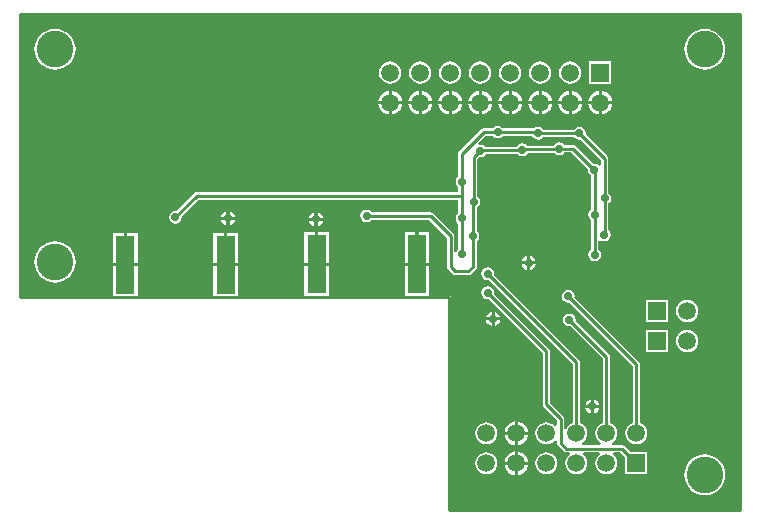
<source format=gbl>
G04*
G04 #@! TF.GenerationSoftware,Altium Limited,Altium Designer,20.2.5 (213)*
G04*
G04 Layer_Physical_Order=2*
G04 Layer_Color=16711680*
%FSLAX42Y42*%
%MOMM*%
G71*
G04*
G04 #@! TF.SameCoordinates,FD00795A-EEFA-4773-A186-A79775DAC492*
G04*
G04*
G04 #@! TF.FilePolarity,Positive*
G04*
G01*
G75*
%ADD12C,0.25*%
%ADD15R,1.60X4.90*%
%ADD37R,1.50X1.50*%
%ADD38C,1.50*%
%ADD39R,1.50X1.50*%
%ADD40C,1.52*%
%ADD41R,1.52X1.52*%
%ADD42C,3.10*%
%ADD43C,0.70*%
G36*
X10100Y5300D02*
X7650D01*
Y7110D01*
X7487D01*
X7470Y7112D01*
X7470Y7128D01*
Y7370D01*
X7365D01*
X7260D01*
Y7128D01*
X7260Y7112D01*
X7243Y7110D01*
X6637D01*
X6620Y7112D01*
X6620Y7128D01*
Y7370D01*
X6515D01*
X6410D01*
Y7128D01*
X6410Y7112D01*
X6393Y7110D01*
X5850D01*
Y7365D01*
X5745D01*
X5640D01*
Y7110D01*
X5000D01*
Y7365D01*
X4895D01*
X4790D01*
Y7110D01*
X4020D01*
X4010Y7120D01*
Y9490D01*
X10100D01*
Y5300D01*
D02*
G37*
%LPC*%
G36*
X9800Y9374D02*
X9766Y9370D01*
X9734Y9360D01*
X9704Y9344D01*
X9677Y9323D01*
X9656Y9296D01*
X9640Y9266D01*
X9630Y9234D01*
X9626Y9200D01*
X9630Y9166D01*
X9640Y9134D01*
X9656Y9104D01*
X9677Y9077D01*
X9704Y9056D01*
X9734Y9040D01*
X9766Y9030D01*
X9800Y9026D01*
X9834Y9030D01*
X9866Y9040D01*
X9896Y9056D01*
X9923Y9077D01*
X9944Y9104D01*
X9960Y9134D01*
X9970Y9166D01*
X9974Y9200D01*
X9970Y9234D01*
X9960Y9266D01*
X9944Y9296D01*
X9923Y9323D01*
X9896Y9344D01*
X9866Y9360D01*
X9834Y9370D01*
X9800Y9374D01*
D02*
G37*
G36*
X4300D02*
X4266Y9370D01*
X4234Y9360D01*
X4204Y9344D01*
X4177Y9323D01*
X4156Y9296D01*
X4140Y9266D01*
X4130Y9234D01*
X4126Y9200D01*
X4130Y9166D01*
X4140Y9134D01*
X4156Y9104D01*
X4177Y9077D01*
X4204Y9056D01*
X4234Y9040D01*
X4266Y9030D01*
X4300Y9026D01*
X4334Y9030D01*
X4366Y9040D01*
X4396Y9056D01*
X4423Y9077D01*
X4444Y9104D01*
X4460Y9134D01*
X4470Y9166D01*
X4474Y9200D01*
X4470Y9234D01*
X4460Y9266D01*
X4444Y9296D01*
X4423Y9323D01*
X4396Y9344D01*
X4366Y9360D01*
X4334Y9370D01*
X4300Y9374D01*
D02*
G37*
G36*
X9010Y9098D02*
X8822D01*
Y8910D01*
X9010D01*
Y9098D01*
D02*
G37*
G36*
X8662Y9099D02*
X8637Y9096D01*
X8615Y9086D01*
X8595Y9071D01*
X8580Y9051D01*
X8570Y9029D01*
X8567Y9004D01*
X8570Y8979D01*
X8580Y8957D01*
X8595Y8937D01*
X8615Y8922D01*
X8637Y8912D01*
X8662Y8909D01*
X8687Y8912D01*
X8709Y8922D01*
X8729Y8937D01*
X8744Y8957D01*
X8754Y8979D01*
X8757Y9004D01*
X8754Y9029D01*
X8744Y9051D01*
X8729Y9071D01*
X8709Y9086D01*
X8687Y9096D01*
X8662Y9099D01*
D02*
G37*
G36*
X8408D02*
X8383Y9096D01*
X8361Y9086D01*
X8341Y9071D01*
X8326Y9051D01*
X8316Y9029D01*
X8313Y9004D01*
X8316Y8979D01*
X8326Y8957D01*
X8341Y8937D01*
X8361Y8922D01*
X8383Y8912D01*
X8408Y8909D01*
X8433Y8912D01*
X8455Y8922D01*
X8475Y8937D01*
X8490Y8957D01*
X8500Y8979D01*
X8503Y9004D01*
X8500Y9029D01*
X8490Y9051D01*
X8475Y9071D01*
X8455Y9086D01*
X8433Y9096D01*
X8408Y9099D01*
D02*
G37*
G36*
X8154D02*
X8129Y9096D01*
X8107Y9086D01*
X8087Y9071D01*
X8072Y9051D01*
X8062Y9029D01*
X8059Y9004D01*
X8062Y8979D01*
X8072Y8957D01*
X8087Y8937D01*
X8107Y8922D01*
X8129Y8912D01*
X8154Y8909D01*
X8179Y8912D01*
X8201Y8922D01*
X8221Y8937D01*
X8236Y8957D01*
X8246Y8979D01*
X8249Y9004D01*
X8246Y9029D01*
X8236Y9051D01*
X8221Y9071D01*
X8201Y9086D01*
X8179Y9096D01*
X8154Y9099D01*
D02*
G37*
G36*
X7900D02*
X7875Y9096D01*
X7853Y9086D01*
X7833Y9071D01*
X7818Y9051D01*
X7808Y9029D01*
X7805Y9004D01*
X7808Y8979D01*
X7818Y8957D01*
X7833Y8937D01*
X7853Y8922D01*
X7875Y8912D01*
X7900Y8909D01*
X7925Y8912D01*
X7947Y8922D01*
X7967Y8937D01*
X7982Y8957D01*
X7992Y8979D01*
X7995Y9004D01*
X7992Y9029D01*
X7982Y9051D01*
X7967Y9071D01*
X7947Y9086D01*
X7925Y9096D01*
X7900Y9099D01*
D02*
G37*
G36*
X7646D02*
X7621Y9096D01*
X7599Y9086D01*
X7579Y9071D01*
X7564Y9051D01*
X7554Y9029D01*
X7551Y9004D01*
X7554Y8979D01*
X7564Y8957D01*
X7579Y8937D01*
X7599Y8922D01*
X7621Y8912D01*
X7646Y8909D01*
X7671Y8912D01*
X7693Y8922D01*
X7713Y8937D01*
X7728Y8957D01*
X7738Y8979D01*
X7741Y9004D01*
X7738Y9029D01*
X7728Y9051D01*
X7713Y9071D01*
X7693Y9086D01*
X7671Y9096D01*
X7646Y9099D01*
D02*
G37*
G36*
X7392D02*
X7367Y9096D01*
X7345Y9086D01*
X7325Y9071D01*
X7310Y9051D01*
X7300Y9029D01*
X7297Y9004D01*
X7300Y8979D01*
X7310Y8957D01*
X7325Y8937D01*
X7345Y8922D01*
X7367Y8912D01*
X7392Y8909D01*
X7417Y8912D01*
X7439Y8922D01*
X7459Y8937D01*
X7474Y8957D01*
X7484Y8979D01*
X7487Y9004D01*
X7484Y9029D01*
X7474Y9051D01*
X7459Y9071D01*
X7439Y9086D01*
X7417Y9096D01*
X7392Y9099D01*
D02*
G37*
G36*
X7138D02*
X7113Y9096D01*
X7091Y9086D01*
X7071Y9071D01*
X7056Y9051D01*
X7046Y9029D01*
X7043Y9004D01*
X7046Y8979D01*
X7056Y8957D01*
X7071Y8937D01*
X7091Y8922D01*
X7113Y8912D01*
X7138Y8909D01*
X7163Y8912D01*
X7185Y8922D01*
X7205Y8937D01*
X7220Y8957D01*
X7230Y8979D01*
X7233Y9004D01*
X7230Y9029D01*
X7220Y9051D01*
X7205Y9071D01*
X7185Y9086D01*
X7163Y9096D01*
X7138Y9099D01*
D02*
G37*
G36*
X8167Y8851D02*
Y8763D01*
X8255D01*
X8253Y8777D01*
X8243Y8801D01*
X8226Y8822D01*
X8205Y8839D01*
X8181Y8849D01*
X8167Y8851D01*
D02*
G37*
G36*
X7913D02*
Y8763D01*
X8001D01*
X7999Y8777D01*
X7989Y8801D01*
X7972Y8822D01*
X7951Y8839D01*
X7927Y8849D01*
X7913Y8851D01*
D02*
G37*
G36*
X7659D02*
Y8763D01*
X7747D01*
X7745Y8777D01*
X7735Y8801D01*
X7718Y8822D01*
X7697Y8839D01*
X7673Y8849D01*
X7659Y8851D01*
D02*
G37*
G36*
X7405D02*
Y8763D01*
X7493D01*
X7491Y8777D01*
X7481Y8801D01*
X7464Y8822D01*
X7443Y8839D01*
X7419Y8849D01*
X7405Y8851D01*
D02*
G37*
G36*
X7151D02*
Y8763D01*
X7239D01*
X7237Y8777D01*
X7227Y8801D01*
X7210Y8822D01*
X7189Y8839D01*
X7165Y8849D01*
X7151Y8851D01*
D02*
G37*
G36*
X8421D02*
Y8763D01*
X8509D01*
X8507Y8777D01*
X8497Y8801D01*
X8480Y8822D01*
X8459Y8839D01*
X8435Y8849D01*
X8421Y8851D01*
D02*
G37*
G36*
X8141Y8851D02*
X8127Y8849D01*
X8103Y8839D01*
X8082Y8822D01*
X8065Y8801D01*
X8055Y8777D01*
X8053Y8763D01*
X8141D01*
Y8851D01*
D02*
G37*
G36*
X7887D02*
X7873Y8849D01*
X7849Y8839D01*
X7828Y8822D01*
X7811Y8801D01*
X7801Y8777D01*
X7799Y8763D01*
X7887D01*
Y8851D01*
D02*
G37*
G36*
X7633D02*
X7619Y8849D01*
X7595Y8839D01*
X7574Y8822D01*
X7557Y8801D01*
X7547Y8777D01*
X7545Y8763D01*
X7633D01*
Y8851D01*
D02*
G37*
G36*
X7379D02*
X7365Y8849D01*
X7341Y8839D01*
X7320Y8822D01*
X7303Y8801D01*
X7293Y8777D01*
X7291Y8763D01*
X7379D01*
Y8851D01*
D02*
G37*
G36*
X7125D02*
X7111Y8849D01*
X7087Y8839D01*
X7066Y8822D01*
X7049Y8801D01*
X7039Y8777D01*
X7037Y8763D01*
X7125D01*
Y8851D01*
D02*
G37*
G36*
X8395D02*
X8381Y8849D01*
X8357Y8839D01*
X8336Y8822D01*
X8319Y8801D01*
X8309Y8777D01*
X8307Y8763D01*
X8395D01*
Y8851D01*
D02*
G37*
G36*
X8929Y8851D02*
Y8763D01*
X9017D01*
X9015Y8777D01*
X9005Y8801D01*
X8988Y8822D01*
X8967Y8839D01*
X8943Y8849D01*
X8929Y8851D01*
D02*
G37*
G36*
X8675D02*
Y8763D01*
X8763D01*
X8761Y8777D01*
X8751Y8801D01*
X8734Y8822D01*
X8713Y8839D01*
X8689Y8849D01*
X8675Y8851D01*
D02*
G37*
G36*
X8903Y8851D02*
X8889Y8849D01*
X8865Y8839D01*
X8844Y8822D01*
X8827Y8801D01*
X8817Y8777D01*
X8815Y8763D01*
X8903D01*
Y8851D01*
D02*
G37*
G36*
X8649D02*
X8635Y8849D01*
X8611Y8839D01*
X8590Y8822D01*
X8573Y8801D01*
X8563Y8777D01*
X8561Y8763D01*
X8649D01*
Y8851D01*
D02*
G37*
G36*
X8903Y8737D02*
X8815D01*
X8817Y8723D01*
X8827Y8699D01*
X8844Y8678D01*
X8865Y8661D01*
X8889Y8651D01*
X8903Y8649D01*
Y8737D01*
D02*
G37*
G36*
X8649D02*
X8561D01*
X8563Y8723D01*
X8573Y8699D01*
X8590Y8678D01*
X8611Y8661D01*
X8635Y8651D01*
X8649Y8649D01*
Y8737D01*
D02*
G37*
G36*
X8395Y8737D02*
X8307D01*
X8309Y8723D01*
X8319Y8699D01*
X8336Y8678D01*
X8357Y8661D01*
X8381Y8651D01*
X8395Y8649D01*
Y8737D01*
D02*
G37*
G36*
X8141D02*
X8053D01*
X8055Y8723D01*
X8065Y8699D01*
X8082Y8678D01*
X8103Y8661D01*
X8127Y8651D01*
X8141Y8649D01*
Y8737D01*
D02*
G37*
G36*
X7887D02*
X7799D01*
X7801Y8723D01*
X7811Y8699D01*
X7828Y8678D01*
X7849Y8661D01*
X7873Y8651D01*
X7887Y8649D01*
Y8737D01*
D02*
G37*
G36*
X7633D02*
X7545D01*
X7547Y8723D01*
X7557Y8699D01*
X7574Y8678D01*
X7595Y8661D01*
X7619Y8651D01*
X7633Y8649D01*
Y8737D01*
D02*
G37*
G36*
X7379D02*
X7291D01*
X7293Y8723D01*
X7303Y8699D01*
X7320Y8678D01*
X7341Y8661D01*
X7365Y8651D01*
X7379Y8649D01*
Y8737D01*
D02*
G37*
G36*
X7125D02*
X7037D01*
X7039Y8723D01*
X7049Y8699D01*
X7066Y8678D01*
X7087Y8661D01*
X7111Y8651D01*
X7125Y8649D01*
Y8737D01*
D02*
G37*
G36*
X8509D02*
X8421D01*
Y8649D01*
X8435Y8651D01*
X8459Y8661D01*
X8480Y8678D01*
X8497Y8699D01*
X8507Y8723D01*
X8509Y8737D01*
D02*
G37*
G36*
X8255D02*
X8167D01*
Y8649D01*
X8181Y8651D01*
X8205Y8661D01*
X8226Y8678D01*
X8243Y8699D01*
X8253Y8723D01*
X8255Y8737D01*
D02*
G37*
G36*
X8001D02*
X7913D01*
Y8649D01*
X7927Y8651D01*
X7951Y8661D01*
X7972Y8678D01*
X7989Y8699D01*
X7999Y8723D01*
X8001Y8737D01*
D02*
G37*
G36*
X7747D02*
X7659D01*
Y8649D01*
X7673Y8651D01*
X7697Y8661D01*
X7718Y8678D01*
X7735Y8699D01*
X7745Y8723D01*
X7747Y8737D01*
D02*
G37*
G36*
X7493D02*
X7405D01*
Y8649D01*
X7419Y8651D01*
X7443Y8661D01*
X7464Y8678D01*
X7481Y8699D01*
X7491Y8723D01*
X7493Y8737D01*
D02*
G37*
G36*
X7239D02*
X7151D01*
Y8649D01*
X7165Y8651D01*
X7189Y8661D01*
X7210Y8678D01*
X7227Y8699D01*
X7237Y8723D01*
X7239Y8737D01*
D02*
G37*
G36*
X9017Y8737D02*
X8929D01*
Y8649D01*
X8943Y8651D01*
X8967Y8661D01*
X8988Y8678D01*
X9005Y8699D01*
X9015Y8723D01*
X9017Y8737D01*
D02*
G37*
G36*
X8763D02*
X8675D01*
Y8649D01*
X8689Y8651D01*
X8713Y8661D01*
X8734Y8678D01*
X8751Y8699D01*
X8761Y8723D01*
X8763Y8737D01*
D02*
G37*
G36*
X5778Y7829D02*
Y7783D01*
X5824D01*
X5822Y7794D01*
X5809Y7814D01*
X5789Y7827D01*
X5778Y7829D01*
D02*
G37*
G36*
X5752D02*
X5741Y7827D01*
X5721Y7814D01*
X5708Y7794D01*
X5706Y7783D01*
X5752D01*
Y7829D01*
D02*
G37*
G36*
X6523Y7822D02*
Y7775D01*
X6569D01*
X6567Y7786D01*
X6554Y7806D01*
X6534Y7819D01*
X6523Y7822D01*
D02*
G37*
G36*
X6497D02*
X6486Y7819D01*
X6466Y7806D01*
X6453Y7786D01*
X6451Y7775D01*
X6497D01*
Y7822D01*
D02*
G37*
G36*
X5824Y7757D02*
X5778D01*
Y7711D01*
X5789Y7713D01*
X5809Y7726D01*
X5822Y7746D01*
X5824Y7757D01*
D02*
G37*
G36*
X5752D02*
X5706D01*
X5708Y7746D01*
X5721Y7726D01*
X5741Y7713D01*
X5752Y7711D01*
Y7757D01*
D02*
G37*
G36*
X6569Y7750D02*
X6523D01*
Y7703D01*
X6534Y7706D01*
X6554Y7719D01*
X6567Y7739D01*
X6569Y7750D01*
D02*
G37*
G36*
X6497D02*
X6451D01*
X6453Y7739D01*
X6466Y7719D01*
X6486Y7706D01*
X6497Y7703D01*
Y7750D01*
D02*
G37*
G36*
X8050Y8554D02*
X8029Y8550D01*
X8012Y8538D01*
X8007Y8531D01*
X7930D01*
X7918Y8529D01*
X7908Y8522D01*
X7723Y8337D01*
X7716Y8327D01*
X7714Y8315D01*
Y8123D01*
X7707Y8118D01*
X7695Y8101D01*
X7691Y8080D01*
X7695Y8059D01*
X7707Y8042D01*
X7714Y8037D01*
Y7991D01*
X5500D01*
X5488Y7989D01*
X5478Y7982D01*
X5328Y7832D01*
X5320Y7834D01*
X5299Y7830D01*
X5282Y7818D01*
X5270Y7801D01*
X5266Y7780D01*
X5270Y7759D01*
X5282Y7742D01*
X5299Y7730D01*
X5320Y7726D01*
X5341Y7730D01*
X5358Y7742D01*
X5370Y7759D01*
X5374Y7780D01*
X5372Y7788D01*
X5513Y7929D01*
X7714D01*
Y7813D01*
X7707Y7808D01*
X7695Y7791D01*
X7691Y7770D01*
X7695Y7749D01*
X7707Y7732D01*
X7716Y7726D01*
Y7511D01*
X7712Y7508D01*
X7700Y7491D01*
X7699Y7483D01*
X7681Y7485D01*
Y7620D01*
X7679Y7632D01*
X7672Y7642D01*
X7502Y7812D01*
X7492Y7819D01*
X7480Y7821D01*
X6983D01*
X6978Y7828D01*
X6961Y7840D01*
X6940Y7844D01*
X6919Y7840D01*
X6902Y7828D01*
X6890Y7811D01*
X6886Y7790D01*
X6890Y7769D01*
X6902Y7752D01*
X6919Y7740D01*
X6940Y7736D01*
X6961Y7740D01*
X6978Y7752D01*
X6983Y7759D01*
X7467D01*
X7619Y7607D01*
Y7360D01*
X7621Y7348D01*
X7628Y7338D01*
X7668Y7298D01*
X7678Y7291D01*
X7690Y7289D01*
X7800D01*
X7812Y7291D01*
X7822Y7298D01*
X7862Y7338D01*
X7869Y7348D01*
X7871Y7360D01*
Y7577D01*
X7878Y7582D01*
X7890Y7599D01*
X7894Y7620D01*
X7890Y7641D01*
X7878Y7658D01*
X7874Y7661D01*
Y7866D01*
X7883Y7872D01*
X7895Y7889D01*
X7899Y7910D01*
X7895Y7931D01*
X7883Y7948D01*
X7876Y7953D01*
Y8272D01*
X7892Y8288D01*
X7900Y8286D01*
X7921Y8290D01*
X7938Y8302D01*
X7946Y8314D01*
X8216D01*
X8217Y8312D01*
X8234Y8300D01*
X8255Y8296D01*
X8276Y8300D01*
X8293Y8312D01*
X8301Y8324D01*
X8531D01*
X8532Y8322D01*
X8549Y8310D01*
X8570Y8306D01*
X8591Y8310D01*
X8608Y8322D01*
X8613Y8329D01*
X8672D01*
X8813Y8188D01*
X8811Y8180D01*
X8815Y8159D01*
X8827Y8142D01*
X8839Y8134D01*
Y7843D01*
X8832Y7838D01*
X8820Y7821D01*
X8816Y7800D01*
X8820Y7779D01*
X8832Y7762D01*
X8839Y7757D01*
Y7574D01*
X8839Y7574D01*
Y7503D01*
X8832Y7498D01*
X8820Y7481D01*
X8816Y7460D01*
X8820Y7439D01*
X8832Y7422D01*
X8849Y7410D01*
X8870Y7406D01*
X8891Y7410D01*
X8908Y7422D01*
X8920Y7439D01*
X8924Y7460D01*
X8920Y7481D01*
X8908Y7498D01*
X8901Y7503D01*
Y7574D01*
X8901Y7574D01*
Y7579D01*
X8919Y7587D01*
X8929Y7580D01*
X8950Y7576D01*
X8971Y7580D01*
X8988Y7592D01*
X9000Y7609D01*
X9004Y7630D01*
X9000Y7651D01*
X8988Y7668D01*
X8984Y7671D01*
Y7896D01*
X8993Y7902D01*
X9005Y7919D01*
X9009Y7940D01*
X9005Y7961D01*
X8993Y7978D01*
X8986Y7983D01*
Y8275D01*
X8984Y8287D01*
X8977Y8297D01*
X8792Y8482D01*
X8794Y8490D01*
X8790Y8511D01*
X8778Y8528D01*
X8761Y8540D01*
X8740Y8544D01*
X8719Y8540D01*
X8702Y8528D01*
X8697Y8521D01*
X8433D01*
X8428Y8528D01*
X8411Y8540D01*
X8390Y8544D01*
X8369Y8540D01*
X8356Y8531D01*
X8093D01*
X8088Y8538D01*
X8071Y8550D01*
X8050Y8554D01*
D02*
G37*
G36*
X8323Y7452D02*
Y7405D01*
X8369D01*
X8367Y7416D01*
X8354Y7436D01*
X8334Y7449D01*
X8323Y7452D01*
D02*
G37*
G36*
X8297D02*
X8286Y7449D01*
X8266Y7436D01*
X8253Y7416D01*
X8251Y7405D01*
X8297D01*
Y7452D01*
D02*
G37*
G36*
X6620Y7653D02*
X6528D01*
Y7395D01*
X6620D01*
Y7653D01*
D02*
G37*
G36*
X6502D02*
X6410D01*
Y7395D01*
X6502D01*
Y7653D01*
D02*
G37*
G36*
X7470D02*
X7378D01*
Y7395D01*
X7470D01*
Y7653D01*
D02*
G37*
G36*
X7352D02*
X7260D01*
Y7395D01*
X7352D01*
Y7653D01*
D02*
G37*
G36*
X5850Y7648D02*
X5758D01*
Y7390D01*
X5850D01*
Y7648D01*
D02*
G37*
G36*
X5000D02*
X4908D01*
Y7390D01*
X5000D01*
Y7648D01*
D02*
G37*
G36*
X5732D02*
X5640D01*
Y7390D01*
X5732D01*
Y7648D01*
D02*
G37*
G36*
X4882D02*
X4790D01*
Y7390D01*
X4882D01*
Y7648D01*
D02*
G37*
G36*
X8369Y7380D02*
X8323D01*
Y7333D01*
X8334Y7336D01*
X8354Y7349D01*
X8367Y7369D01*
X8369Y7380D01*
D02*
G37*
G36*
X8297D02*
X8251D01*
X8253Y7369D01*
X8266Y7349D01*
X8286Y7336D01*
X8297Y7333D01*
Y7380D01*
D02*
G37*
G36*
X4300Y7574D02*
X4266Y7570D01*
X4234Y7560D01*
X4204Y7544D01*
X4177Y7523D01*
X4156Y7496D01*
X4140Y7466D01*
X4130Y7434D01*
X4126Y7400D01*
X4130Y7366D01*
X4140Y7334D01*
X4156Y7304D01*
X4177Y7277D01*
X4204Y7256D01*
X4234Y7240D01*
X4266Y7230D01*
X4300Y7226D01*
X4334Y7230D01*
X4366Y7240D01*
X4396Y7256D01*
X4423Y7277D01*
X4444Y7304D01*
X4460Y7334D01*
X4470Y7366D01*
X4474Y7400D01*
X4470Y7434D01*
X4460Y7466D01*
X4444Y7496D01*
X4423Y7523D01*
X4396Y7544D01*
X4366Y7560D01*
X4334Y7570D01*
X4300Y7574D01*
D02*
G37*
G36*
X8023Y6979D02*
Y6933D01*
X8069D01*
X8067Y6944D01*
X8054Y6964D01*
X8034Y6977D01*
X8023Y6979D01*
D02*
G37*
G36*
X7997D02*
X7986Y6977D01*
X7966Y6964D01*
X7953Y6944D01*
X7951Y6933D01*
X7997D01*
Y6979D01*
D02*
G37*
G36*
X9491Y7078D02*
X9305D01*
Y6892D01*
X9491D01*
Y7078D01*
D02*
G37*
G36*
X9652Y7079D02*
X9628Y7075D01*
X9605Y7066D01*
X9586Y7051D01*
X9571Y7032D01*
X9562Y7009D01*
X9558Y6985D01*
X9562Y6961D01*
X9571Y6938D01*
X9586Y6919D01*
X9605Y6904D01*
X9628Y6895D01*
X9652Y6891D01*
X9676Y6895D01*
X9699Y6904D01*
X9718Y6919D01*
X9733Y6938D01*
X9742Y6961D01*
X9746Y6985D01*
X9742Y7009D01*
X9733Y7032D01*
X9718Y7051D01*
X9699Y7066D01*
X9676Y7075D01*
X9652Y7079D01*
D02*
G37*
G36*
X8069Y6907D02*
X8023D01*
Y6861D01*
X8034Y6863D01*
X8054Y6876D01*
X8067Y6896D01*
X8069Y6907D01*
D02*
G37*
G36*
X7997D02*
X7951D01*
X7953Y6896D01*
X7966Y6876D01*
X7986Y6863D01*
X7997Y6861D01*
Y6907D01*
D02*
G37*
G36*
X9491Y6824D02*
X9305D01*
Y6638D01*
X9491D01*
Y6824D01*
D02*
G37*
G36*
X9652Y6825D02*
X9628Y6821D01*
X9605Y6812D01*
X9586Y6797D01*
X9571Y6778D01*
X9562Y6755D01*
X9558Y6731D01*
X9562Y6707D01*
X9571Y6684D01*
X9586Y6665D01*
X9605Y6650D01*
X9628Y6641D01*
X9652Y6637D01*
X9676Y6641D01*
X9699Y6650D01*
X9718Y6665D01*
X9733Y6684D01*
X9742Y6707D01*
X9746Y6731D01*
X9742Y6755D01*
X9733Y6778D01*
X9718Y6797D01*
X9699Y6812D01*
X9676Y6821D01*
X9652Y6825D01*
D02*
G37*
G36*
X8863Y6237D02*
Y6190D01*
X8909D01*
X8907Y6201D01*
X8894Y6221D01*
X8874Y6234D01*
X8863Y6237D01*
D02*
G37*
G36*
X8837D02*
X8826Y6234D01*
X8806Y6221D01*
X8793Y6201D01*
X8791Y6190D01*
X8837D01*
Y6237D01*
D02*
G37*
G36*
X8909Y6165D02*
X8863D01*
Y6118D01*
X8874Y6121D01*
X8894Y6134D01*
X8907Y6154D01*
X8909Y6165D01*
D02*
G37*
G36*
X8837D02*
X8791D01*
X8793Y6154D01*
X8806Y6134D01*
X8826Y6121D01*
X8837Y6118D01*
Y6165D01*
D02*
G37*
G36*
X7965Y7354D02*
X7944Y7350D01*
X7927Y7338D01*
X7915Y7321D01*
X7911Y7300D01*
X7915Y7279D01*
X7927Y7262D01*
X7944Y7250D01*
X7965Y7246D01*
X7973Y7248D01*
X8683Y6538D01*
Y6038D01*
X8667Y6031D01*
X8648Y6016D01*
X8633Y5997D01*
X8629Y5987D01*
X8611Y5990D01*
Y6075D01*
X8609Y6087D01*
X8602Y6097D01*
X8491Y6208D01*
Y6645D01*
X8489Y6657D01*
X8482Y6667D01*
X8017Y7132D01*
X8019Y7140D01*
X8015Y7161D01*
X8003Y7178D01*
X7986Y7190D01*
X7965Y7194D01*
X7944Y7190D01*
X7927Y7178D01*
X7915Y7161D01*
X7911Y7140D01*
X7915Y7119D01*
X7927Y7102D01*
X7944Y7090D01*
X7965Y7086D01*
X7973Y7088D01*
X8429Y6632D01*
Y6195D01*
X8431Y6183D01*
X8438Y6173D01*
X8549Y6062D01*
Y6016D01*
X8531Y6010D01*
X8526Y6016D01*
X8507Y6031D01*
X8484Y6040D01*
X8460Y6044D01*
X8436Y6040D01*
X8413Y6031D01*
X8394Y6016D01*
X8379Y5997D01*
X8370Y5974D01*
X8366Y5950D01*
X8370Y5926D01*
X8379Y5903D01*
X8394Y5884D01*
X8413Y5869D01*
X8436Y5860D01*
X8460Y5856D01*
X8484Y5860D01*
X8507Y5869D01*
X8526Y5884D01*
X8531Y5890D01*
X8549Y5884D01*
Y5870D01*
X8551Y5858D01*
X8558Y5848D01*
X8608Y5798D01*
X8618Y5791D01*
X8630Y5789D01*
X8653D01*
X8660Y5771D01*
X8648Y5762D01*
X8633Y5743D01*
X8624Y5720D01*
X8620Y5696D01*
X8624Y5672D01*
X8633Y5649D01*
X8648Y5630D01*
X8667Y5615D01*
X8690Y5606D01*
X8714Y5602D01*
X8738Y5606D01*
X8761Y5615D01*
X8780Y5630D01*
X8795Y5649D01*
X8804Y5672D01*
X8808Y5696D01*
X8804Y5720D01*
X8795Y5743D01*
X8780Y5762D01*
X8768Y5771D01*
X8775Y5789D01*
X8907D01*
X8914Y5771D01*
X8902Y5762D01*
X8887Y5743D01*
X8878Y5720D01*
X8874Y5696D01*
X8878Y5672D01*
X8887Y5649D01*
X8902Y5630D01*
X8921Y5615D01*
X8944Y5606D01*
X8968Y5602D01*
X8992Y5606D01*
X9015Y5615D01*
X9034Y5630D01*
X9049Y5649D01*
X9058Y5672D01*
X9062Y5696D01*
X9058Y5720D01*
X9049Y5743D01*
X9034Y5762D01*
X9022Y5771D01*
X9029Y5789D01*
X9085D01*
X9129Y5745D01*
Y5603D01*
X9315D01*
Y5789D01*
X9173D01*
X9120Y5842D01*
X9110Y5849D01*
X9098Y5851D01*
X9018D01*
X9015Y5869D01*
X9015Y5869D01*
X9034Y5884D01*
X9049Y5903D01*
X9058Y5926D01*
X9062Y5950D01*
X9058Y5974D01*
X9049Y5997D01*
X9034Y6016D01*
X9015Y6031D01*
X8999Y6038D01*
Y6597D01*
X8997Y6609D01*
X8990Y6619D01*
X8707Y6902D01*
X8709Y6910D01*
X8705Y6931D01*
X8693Y6948D01*
X8676Y6960D01*
X8655Y6964D01*
X8634Y6960D01*
X8617Y6948D01*
X8605Y6931D01*
X8601Y6910D01*
X8605Y6889D01*
X8617Y6872D01*
X8634Y6860D01*
X8655Y6856D01*
X8663Y6858D01*
X8937Y6584D01*
Y6038D01*
X8921Y6031D01*
X8902Y6016D01*
X8887Y5997D01*
X8878Y5974D01*
X8874Y5950D01*
X8878Y5926D01*
X8887Y5903D01*
X8902Y5884D01*
X8921Y5869D01*
X8921Y5869D01*
X8918Y5851D01*
X8764D01*
X8761Y5869D01*
X8761Y5869D01*
X8780Y5884D01*
X8795Y5903D01*
X8804Y5926D01*
X8808Y5950D01*
X8804Y5974D01*
X8795Y5997D01*
X8780Y6016D01*
X8761Y6031D01*
X8745Y6038D01*
Y6551D01*
X8743Y6563D01*
X8736Y6573D01*
X8017Y7292D01*
X8019Y7300D01*
X8015Y7321D01*
X8003Y7338D01*
X7986Y7350D01*
X7965Y7354D01*
D02*
G37*
G36*
X8219Y6050D02*
Y5963D01*
X8306D01*
X8304Y5976D01*
X8294Y6001D01*
X8278Y6022D01*
X8257Y6038D01*
X8232Y6048D01*
X8219Y6050D01*
D02*
G37*
G36*
X8193D02*
X8180Y6048D01*
X8155Y6038D01*
X8134Y6022D01*
X8118Y6001D01*
X8108Y5976D01*
X8106Y5963D01*
X8193D01*
Y6050D01*
D02*
G37*
G36*
X8645Y7164D02*
X8624Y7160D01*
X8607Y7148D01*
X8595Y7131D01*
X8591Y7110D01*
X8595Y7089D01*
X8607Y7072D01*
X8624Y7060D01*
X8645Y7056D01*
X8653Y7058D01*
X9191Y6520D01*
Y6038D01*
X9175Y6031D01*
X9156Y6016D01*
X9141Y5997D01*
X9132Y5974D01*
X9128Y5950D01*
X9132Y5926D01*
X9141Y5903D01*
X9156Y5884D01*
X9175Y5869D01*
X9198Y5860D01*
X9222Y5856D01*
X9246Y5860D01*
X9269Y5869D01*
X9288Y5884D01*
X9303Y5903D01*
X9312Y5926D01*
X9316Y5950D01*
X9312Y5974D01*
X9303Y5997D01*
X9288Y6016D01*
X9269Y6031D01*
X9253Y6038D01*
Y6533D01*
X9251Y6545D01*
X9244Y6555D01*
X8697Y7102D01*
X8699Y7110D01*
X8695Y7131D01*
X8683Y7148D01*
X8666Y7160D01*
X8645Y7164D01*
D02*
G37*
G36*
X7952Y6044D02*
X7928Y6040D01*
X7905Y6031D01*
X7886Y6016D01*
X7871Y5997D01*
X7862Y5974D01*
X7858Y5950D01*
X7862Y5926D01*
X7871Y5903D01*
X7886Y5884D01*
X7905Y5869D01*
X7928Y5860D01*
X7952Y5856D01*
X7976Y5860D01*
X7999Y5869D01*
X8018Y5884D01*
X8033Y5903D01*
X8042Y5926D01*
X8046Y5950D01*
X8042Y5974D01*
X8033Y5997D01*
X8018Y6016D01*
X7999Y6031D01*
X7976Y6040D01*
X7952Y6044D01*
D02*
G37*
G36*
X8306Y5937D02*
X8219D01*
Y5850D01*
X8232Y5852D01*
X8257Y5862D01*
X8278Y5878D01*
X8294Y5899D01*
X8304Y5924D01*
X8306Y5937D01*
D02*
G37*
G36*
X8193D02*
X8106D01*
X8108Y5924D01*
X8118Y5899D01*
X8134Y5878D01*
X8155Y5862D01*
X8180Y5852D01*
X8193Y5850D01*
Y5937D01*
D02*
G37*
G36*
X8219Y5796D02*
Y5709D01*
X8306D01*
X8304Y5722D01*
X8294Y5747D01*
X8278Y5768D01*
X8257Y5784D01*
X8232Y5794D01*
X8219Y5796D01*
D02*
G37*
G36*
X8193D02*
X8180Y5794D01*
X8155Y5784D01*
X8134Y5768D01*
X8118Y5747D01*
X8108Y5722D01*
X8106Y5709D01*
X8193D01*
Y5796D01*
D02*
G37*
G36*
X8460Y5790D02*
X8436Y5786D01*
X8413Y5777D01*
X8394Y5762D01*
X8379Y5743D01*
X8370Y5720D01*
X8366Y5696D01*
X8370Y5672D01*
X8379Y5649D01*
X8394Y5630D01*
X8413Y5615D01*
X8436Y5606D01*
X8460Y5602D01*
X8484Y5606D01*
X8507Y5615D01*
X8526Y5630D01*
X8541Y5649D01*
X8550Y5672D01*
X8554Y5696D01*
X8550Y5720D01*
X8541Y5743D01*
X8526Y5762D01*
X8507Y5777D01*
X8484Y5786D01*
X8460Y5790D01*
D02*
G37*
G36*
X7952D02*
X7928Y5786D01*
X7905Y5777D01*
X7886Y5762D01*
X7871Y5743D01*
X7862Y5720D01*
X7858Y5696D01*
X7862Y5672D01*
X7871Y5649D01*
X7886Y5630D01*
X7905Y5615D01*
X7928Y5606D01*
X7952Y5602D01*
X7976Y5606D01*
X7999Y5615D01*
X8018Y5630D01*
X8033Y5649D01*
X8042Y5672D01*
X8046Y5696D01*
X8042Y5720D01*
X8033Y5743D01*
X8018Y5762D01*
X7999Y5777D01*
X7976Y5786D01*
X7952Y5790D01*
D02*
G37*
G36*
X8306Y5683D02*
X8219D01*
Y5596D01*
X8232Y5598D01*
X8257Y5608D01*
X8278Y5624D01*
X8294Y5645D01*
X8304Y5670D01*
X8306Y5683D01*
D02*
G37*
G36*
X8193D02*
X8106D01*
X8108Y5670D01*
X8118Y5645D01*
X8134Y5624D01*
X8155Y5608D01*
X8180Y5598D01*
X8193Y5596D01*
Y5683D01*
D02*
G37*
G36*
X9800Y5774D02*
X9766Y5770D01*
X9734Y5760D01*
X9704Y5744D01*
X9677Y5723D01*
X9656Y5696D01*
X9640Y5666D01*
X9630Y5634D01*
X9626Y5600D01*
X9630Y5566D01*
X9640Y5534D01*
X9656Y5504D01*
X9677Y5477D01*
X9704Y5456D01*
X9734Y5440D01*
X9766Y5430D01*
X9800Y5426D01*
X9834Y5430D01*
X9866Y5440D01*
X9896Y5456D01*
X9923Y5477D01*
X9944Y5504D01*
X9960Y5534D01*
X9970Y5566D01*
X9974Y5600D01*
X9970Y5634D01*
X9960Y5666D01*
X9944Y5696D01*
X9923Y5723D01*
X9896Y5744D01*
X9866Y5760D01*
X9834Y5770D01*
X9800Y5774D01*
D02*
G37*
%LPD*%
G36*
X8352Y8452D02*
X8369Y8440D01*
X8390Y8436D01*
X8411Y8440D01*
X8428Y8452D01*
X8433Y8459D01*
X8697D01*
X8702Y8452D01*
X8719Y8440D01*
X8740Y8436D01*
X8748Y8438D01*
X8924Y8262D01*
Y8219D01*
X8906Y8213D01*
X8903Y8218D01*
X8886Y8230D01*
X8865Y8234D01*
X8857Y8232D01*
X8707Y8382D01*
X8697Y8389D01*
X8685Y8391D01*
X8613D01*
X8608Y8398D01*
X8591Y8410D01*
X8570Y8414D01*
X8549Y8410D01*
X8532Y8398D01*
X8524Y8386D01*
X8294D01*
X8293Y8388D01*
X8276Y8400D01*
X8255Y8404D01*
X8234Y8400D01*
X8217Y8388D01*
X8209Y8376D01*
X7939D01*
X7938Y8378D01*
X7921Y8390D01*
X7900Y8394D01*
X7891Y8392D01*
X7882Y8408D01*
X7943Y8469D01*
X8007D01*
X8012Y8462D01*
X8029Y8450D01*
X8050Y8446D01*
X8071Y8450D01*
X8088Y8462D01*
X8093Y8469D01*
X8341D01*
X8352Y8452D01*
D02*
G37*
D12*
X8580Y5870D02*
Y6075D01*
Y5870D02*
X8630Y5820D01*
X9098D02*
X9222Y5696D01*
X8630Y5820D02*
X9098D01*
X8460Y6195D02*
Y6645D01*
Y6195D02*
X8580Y6075D01*
X7745Y7960D02*
Y8080D01*
Y7770D02*
Y7960D01*
X5320Y7780D02*
X5500Y7960D01*
X7745D01*
X8390Y8490D02*
X8740D01*
X8378D02*
X8390D01*
X8050Y8500D02*
X8368D01*
X7930D02*
X8050D01*
X7800Y7320D02*
X7840Y7360D01*
X7650D02*
X7690Y7320D01*
X7800D01*
X7840Y7360D02*
Y7620D01*
X7650Y7360D02*
Y7620D01*
X6940Y7790D02*
X7480D01*
X7650Y7620D01*
X7745Y8315D02*
X7930Y8500D01*
X8368D02*
X8378Y8490D01*
X8955Y7940D02*
Y8275D01*
X8740Y8490D02*
X8955Y8275D01*
X8870Y7800D02*
Y8175D01*
Y7574D02*
Y7800D01*
Y7574D02*
X8870Y7574D01*
Y7460D02*
Y7574D01*
X8865Y8180D02*
X8870Y8175D01*
X8950Y7630D02*
X8953Y7632D01*
Y7938D01*
X8955Y7940D01*
X8570Y8360D02*
X8685D01*
X8865Y8180D01*
X8255Y8350D02*
X8260Y8355D01*
X8565D01*
X8570Y8360D01*
X7900Y8340D02*
X7905Y8345D01*
X8250D01*
X8255Y8350D01*
X7745Y8080D02*
Y8315D01*
X7845Y7910D02*
Y8285D01*
X7900Y8340D01*
X7840Y7620D02*
X7843Y7622D01*
Y7907D01*
X7845Y7910D01*
X7747Y7472D02*
X7750Y7470D01*
X7747Y7472D02*
Y7768D01*
X7745Y7770D02*
X7747Y7768D01*
X8714Y5950D02*
Y6551D01*
X7965Y7300D02*
X8714Y6551D01*
X7965Y7140D02*
X8460Y6645D01*
X9222Y5950D02*
Y6533D01*
X8645Y7110D02*
X9222Y6533D01*
X8968Y5950D02*
Y6597D01*
X8655Y6910D02*
X8968Y6597D01*
X7640Y5300D02*
X10100D01*
X7640D02*
Y7100D01*
X4000D02*
X7640D01*
X4000D02*
Y9500D01*
X10100D01*
Y5300D02*
Y9500D01*
D15*
X4895Y7378D02*
D03*
X5745D02*
D03*
X6515Y7382D02*
D03*
X7365D02*
D03*
D37*
X9222Y5696D02*
D03*
D38*
Y5950D02*
D03*
X8968Y5696D02*
D03*
X8714D02*
D03*
X8460D02*
D03*
X8206D02*
D03*
X7952D02*
D03*
X8968Y5950D02*
D03*
X8714D02*
D03*
X8460D02*
D03*
X8206D02*
D03*
X7952D02*
D03*
X9652Y6731D02*
D03*
Y6985D02*
D03*
D39*
X9398Y6731D02*
D03*
Y6985D02*
D03*
D40*
X7138Y8750D02*
D03*
Y9004D02*
D03*
X7392Y8750D02*
D03*
Y9004D02*
D03*
X7646Y8750D02*
D03*
Y9004D02*
D03*
X7900Y8750D02*
D03*
Y9004D02*
D03*
X8154Y8750D02*
D03*
Y9004D02*
D03*
X8662Y8750D02*
D03*
X8916D02*
D03*
X8408D02*
D03*
X8662Y9004D02*
D03*
X8408D02*
D03*
D41*
X8916D02*
D03*
D42*
X4300Y7400D02*
D03*
X9800Y5600D02*
D03*
Y9200D02*
D03*
X4300D02*
D03*
D43*
X6510Y7762D02*
D03*
X5765Y7770D02*
D03*
X8850Y6178D02*
D03*
X5320Y7780D02*
D03*
X6940Y7790D02*
D03*
X8050Y8500D02*
D03*
X8740Y8490D02*
D03*
X8390D02*
D03*
X8870Y7460D02*
D03*
X8870Y7800D02*
D03*
X8955Y7940D02*
D03*
X8950Y7630D02*
D03*
X8865Y8180D02*
D03*
X8570Y8360D02*
D03*
X8255Y8350D02*
D03*
X7900Y8340D02*
D03*
X7750Y7470D02*
D03*
X7745Y8080D02*
D03*
X7845Y7910D02*
D03*
X7840Y7620D02*
D03*
X7745Y7770D02*
D03*
X8655Y6910D02*
D03*
X8645Y7110D02*
D03*
X7965Y7140D02*
D03*
X7965Y7300D02*
D03*
X8010Y6920D02*
D03*
X8310Y7393D02*
D03*
M02*

</source>
